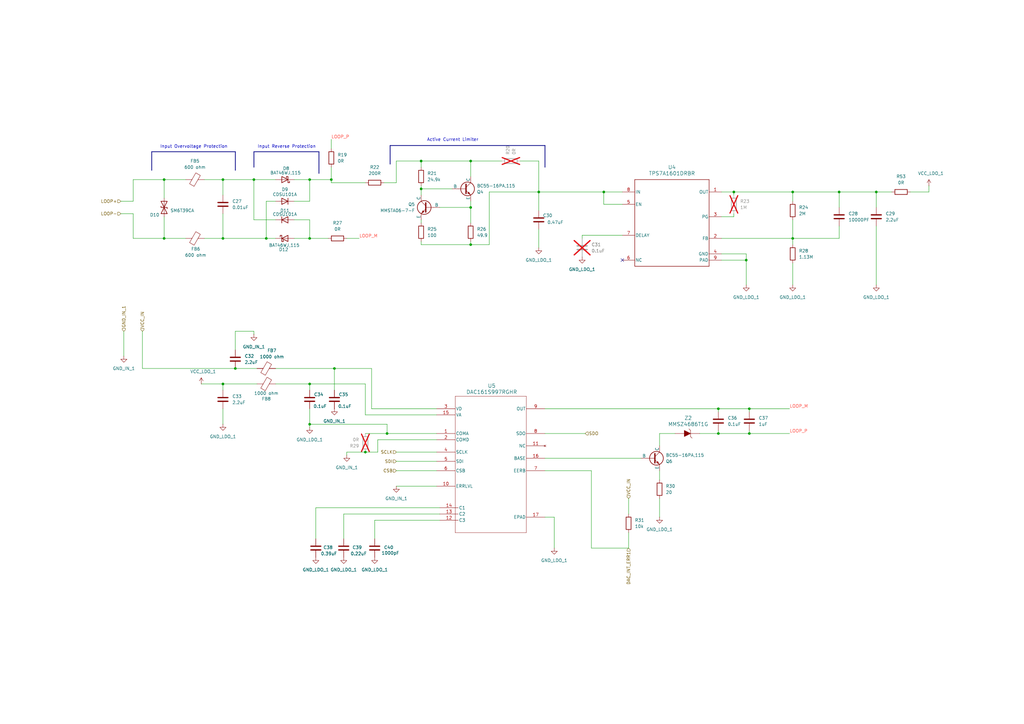
<source format=kicad_sch>
(kicad_sch (version 20231120) (generator "eeschema") (generator_version "8.0")
  (paper "A3")
  (lib_symbols
    (symbol "Device:C" (pin_numbers hide) (pin_names (offset 0.254))
      (property "Reference" "C" (at 0.635 2.54 0))
      (property "Value" "C" (at 0.635 -2.54 0))
      (symbol "C_0_1"
        (polyline (pts (xy -2.032 -0.762) (xy 2.032 -0.762)) (stroke (width 0.508)))
        (polyline (pts (xy -2.032 0.762) (xy 2.032 0.762)) (stroke (width 0.508)))
      )
      (symbol "C_1_1"
        (pin passive line (at 0 3.81 270) (length 2.794) (name "~") (number "1"))
        (pin passive line (at 0 -3.81 90) (length 2.794) (name "~") (number "2"))
      )
    )
    (symbol "Device:FerriteBead" (pin_numbers hide) (pin_names (offset 0))
      (property "Reference" "FB" (at -3.81 0.635 90))
      (property "Value" "FerriteBead" (at 3.81 0 90))
      (symbol "FerriteBead_0_1"
        (polyline (pts (xy 0 -1.27) (xy 0 -1.2192)))
        (polyline (pts (xy 0 1.27) (xy 0 1.2954)))
        (polyline (pts (xy -2.7686 0.4064) (xy -1.7018 2.2606) (xy 2.7686 -0.3048) (xy 1.6764 -2.159) (xy -2.7686 0.4064)))
      )
      (symbol "FerriteBead_1_1"
        (pin passive line (at 0 3.81 270) (length 2.54) (name "~") (number "1"))
        (pin passive line (at 0 -3.81 90) (length 2.54) (name "~") (number "2"))
      )
    )
    (symbol "Device:R" (pin_numbers hide) (pin_names (offset 0))
      (property "Reference" "R" (at 2.032 0 90))
      (property "Value" "R" (at 0 0 90))
      (symbol "R_0_1"
        (rectangle (start -1.016 -2.54) (end 1.016 2.54) (stroke (width 0.254)))
      )
      (symbol "R_1_1"
        (pin passive line (at 0 3.81 270) (length 1.27) (name "~") (number "1"))
        (pin passive line (at 0 -3.81 90) (length 1.27) (name "~") (number "2"))
      )
    )
    (symbol "Diode:1N630xCA" (pin_numbers hide) (pin_names (offset 1.016) hide)
      (property "Reference" "D" (at 0 2.54 0))
      (property "Value" "1N630xCA" (at 0 -2.54 0))
      (symbol "1N630xCA_0_1"
        (polyline (pts (xy 1.27 0) (xy -1.27 0)))
        (polyline (pts (xy -2.54 -1.27) (xy 0 0) (xy -2.54 1.27) (xy -2.54 -1.27)) (stroke (width 0.254)))
        (polyline (pts (xy 0.508 1.27) (xy 0 1.27) (xy 0 -1.27) (xy -0.508 -1.27)) (stroke (width 0.254)))
        (polyline (pts (xy 2.54 1.27) (xy 2.54 -1.27) (xy 0 0) (xy 2.54 1.27)) (stroke (width 0.254)))
      )
      (symbol "1N630xCA_1_1"
        (pin passive line (at -3.81 0 0) (length 2.54) (name "A1") (number "1"))
        (pin passive line (at 3.81 0 180) (length 2.54) (name "A2") (number "2"))
      )
    )
    (symbol "Diode:S2JTR" (pin_numbers hide) (pin_names hide)
      (property "Reference" "D" (at 0 2.54 0))
      (property "Value" "S2JTR" (at 0 -2.54 0))
      (symbol "S2JTR_0_1"
        (polyline (pts (xy -1.27 1.27) (xy -1.27 -1.27)) (stroke (width 0.254)))
        (polyline (pts (xy 1.27 0) (xy -1.27 0)))
        (polyline (pts (xy 1.27 1.27) (xy 1.27 -1.27) (xy -1.27 0) (xy 1.27 1.27)) (stroke (width 0.254)))
      )
      (symbol "S2JTR_1_1"
        (pin passive line (at -3.81 0 0) (length 2.54) (name "K") (number "1"))
        (pin passive line (at 3.81 0 180) (length 2.54) (name "A") (number "2"))
      )
    )
    (symbol "SB120_2" (pin_numbers hide) (pin_names (offset 1.016) hide)
      (property "Reference" "D1" (at -0.508 -4.572 0))
      (property "Value" "BAT46WJ,115" (at -0.254 -2.794 0))
      (symbol "SB120_2_0_1"
        (polyline (pts (xy 1.27 0) (xy -1.27 0)))
        (polyline (pts (xy 1.27 1.27) (xy 1.27 -1.27) (xy -1.27 0) (xy 1.27 1.27)) (stroke (width 0.254)))
        (polyline (pts (xy -1.905 0.635) (xy -1.905 1.27) (xy -1.27 1.27) (xy -1.27 -1.27) (xy -0.635 -1.27) (xy -0.635 -0.635)) (stroke (width 0.254)))
      )
      (symbol "SB120_2_1_1"
        (pin passive line (at -3.81 0 0) (length 2.54) (name "K") (number "1"))
        (pin passive line (at 3.81 0 180) (length 2.54) (name "A") (number "2"))
      )
    )
    (symbol "Simulation_SPICE:NPN" (pin_numbers hide) (pin_names (offset 0))
      (property "Reference" "Q" (at -2.54 7.62 0))
      (property "Value" "NPN" (at -2.54 5.08 0))
      (symbol "NPN_0_1"
        (polyline (pts (xy -2.54 0) (xy 0.635 0)) (stroke (width 0.1524)))
        (polyline (pts (xy 0.635 0.635) (xy 2.54 2.54)))
        (polyline (pts (xy 2.794 -1.27) (xy 2.794 -1.27)) (stroke (width 0.1524)))
        (polyline (pts (xy 2.794 -1.27) (xy 2.794 -1.27)) (stroke (width 0.1524)))
        (polyline (pts (xy 0.635 -0.635) (xy 2.54 -2.54) (xy 2.54 -2.54)))
        (polyline (pts (xy 0.635 1.905) (xy 0.635 -1.905) (xy 0.635 -1.905)) (stroke (width 0.508)))
        (polyline (pts (xy 1.27 -1.778) (xy 1.778 -1.27) (xy 2.286 -2.286) (xy 1.27 -1.778) (xy 1.27 -1.778)) (fill (type outline)))
        (circle (center 1.27 0) (radius 2.8194) (stroke (width 0.254)))
      )
      (symbol "NPN_1_1"
        (pin open_collector line (at 2.54 5.08 270) (length 2.54) (name "C") (number "1"))
        (pin input line (at -5.08 0 0) (length 2.54) (name "B") (number "2"))
        (pin open_emitter line (at 2.54 -5.08 90) (length 2.54) (name "E") (number "3"))
      )
    )
    (symbol "TSP7A1601DRBR:TPS7A1601DRBR" (pin_names (offset 0.254))
      (property "Reference" "U2" (at 0 22.86 0))
      (property "Value" "TPS7A1601DRBR" (at 0 20.32 0))
      (symbol "TPS7A1601DRBR_0_1"
        (polyline (pts (xy -15.24 -17.78) (xy 15.24 -17.78)) (stroke (width 0.2032)))
        (polyline (pts (xy -15.24 17.78) (xy -15.24 -17.78)) (stroke (width 0.2032)))
        (polyline (pts (xy 15.24 -17.78) (xy 15.24 17.78)) (stroke (width 0.2032)))
        (polyline (pts (xy 15.24 17.78) (xy -15.24 17.78)) (stroke (width 0.2032)))
        (pin power_in line (at 20.32 12.7 180) (length 5.08) (name "OUT") (number "1"))
        (pin input line (at 20.32 -6.35 180) (length 5.08) (name "FB") (number "2"))
        (pin open_collector line (at 20.32 2.54 180) (length 5.08) (name "PG") (number "3"))
        (pin power_in line (at 20.32 -12.7 180) (length 5.08) (name "GND") (number "4"))
        (pin input line (at -20.32 7.62 0) (length 5.08) (name "EN") (number "5"))
        (pin unspecified line (at -20.32 -15.24 0) (length 5.08) (name "NC") (number "6"))
        (pin output line (at -20.32 -5.08 0) (length 5.08) (name "DELAY") (number "7"))
        (pin power_in line (at -20.32 12.7 0) (length 5.08) (name "IN") (number "8"))
        (pin unspecified line (at 20.32 -15.24 180) (length 5.08) (name "PAD") (number "9"))
      )
    )
    (symbol "dac161s997rghr:DAC161S997RGHR" (pin_names (offset 0.254))
      (property "Reference" "U1" (at 33.02 10.16 0))
      (property "Value" "DAC161S997RGHR" (at 33.02 7.62 0))
      (symbol "DAC161S997RGHR_0_1"
        (polyline (pts (xy 7.62 -50.8) (xy 36.83 -50.8)) (stroke (width 0.127)))
        (polyline (pts (xy 7.62 5.08) (xy 7.62 -50.8)) (stroke (width 0.127)))
        (polyline (pts (xy 36.83 -50.8) (xy 36.83 5.08)) (stroke (width 0.127)))
        (polyline (pts (xy 36.83 5.08) (xy 7.62 5.08)) (stroke (width 0.127)))
        (pin power_in line (at 0 -10.16 0) (length 7.62) (name "COMA") (number "1"))
        (pin input line (at 0 -31.75 0) (length 7.62) (name "ERRLVL") (number "10"))
        (pin no_connect line (at 44.45 -15.24 180) (length 7.62) (name "NC") (number "11"))
        (pin unspecified line (at 1.27 -45.72 0) (length 7.62) (name "C3") (number "12"))
        (pin unspecified line (at 1.27 -43.18 0) (length 7.62) (name "C2") (number "13"))
        (pin unspecified line (at 1.27 -40.64 0) (length 7.62) (name "C1") (number "14"))
        (pin power_in line (at 0 -2.54 0) (length 7.62) (name "VA") (number "15"))
        (pin unspecified line (at 44.45 -20.32 180) (length 7.62) (name "BASE") (number "16"))
        (pin unspecified line (at 44.45 -44.45 180) (length 7.62) (name "EPAD") (number "17"))
        (pin power_in line (at 0 -12.7 0) (length 7.62) (name "COMD") (number "2"))
        (pin power_in line (at 0 0 0) (length 7.62) (name "VD") (number "3"))
        (pin input line (at 0 -17.78 0) (length 7.62) (name "SCLK") (number "4"))
        (pin input line (at 0 -21.59 0) (length 7.62) (name "SDI") (number "5"))
        (pin input line (at 0 -25.4 0) (length 7.62) (name "CSB") (number "6"))
        (pin output line (at 44.45 -25.4 180) (length 7.62) (name "EERB") (number "7"))
        (pin output line (at 44.45 -10.16 180) (length 7.62) (name "SDO") (number "8"))
        (pin output line (at 44.45 0 180) (length 7.62) (name "OUT") (number "9"))
      )
    )
    (symbol "dk_Diodes-Zener-Single:MMSZ5231B-7-F" (pin_numbers hide) (pin_names (offset 0) hide)
      (property "Reference" "Z" (at 0 3.81 0))
      (property "Value" "MMSZ5231B-7-F" (at 0 -3.81 0))
      (symbol "MMSZ5231B-7-F_0_1"
        (polyline (pts (xy 1.27 -1.27) (xy 1.905 -1.905)))
        (polyline (pts (xy 1.27 1.27) (xy 0.635 1.905)))
        (polyline (pts (xy 1.27 1.27) (xy 1.27 -1.27)))
        (polyline (pts (xy -1.27 1.27) (xy -1.27 -1.27) (xy 1.27 0) (xy -1.27 1.27)) (fill (type outline)))
      )
      (symbol "MMSZ5231B-7-F_1_1"
        (pin passive line (at -5.08 0 0) (length 3.81) (name "~") (number "A"))
        (pin passive line (at 5.08 0 180) (length 3.81) (name "~") (number "K"))
      )
    )
    (symbol "power:GND" (power) (pin_numbers hide) (pin_names (offset 0) hide)
      (property "Value" "GND" (at 0 -3.81 0))
      (symbol "GND_0_1"
        (polyline (pts (xy 0 0) (xy 0 -1.27) (xy 1.27 -1.27) (xy 0 -2.54) (xy -1.27 -1.27) (xy 0 -1.27)))
      )
      (symbol "GND_1_1"
        (pin power_in line (at 0 0 270) (length 0) (name "~") (number "1"))
      )
    )
    (symbol "power:VCC" (power) (pin_numbers hide) (pin_names (offset 0) hide)
      (property "Value" "VCC" (at 0 3.556 0))
      (symbol "VCC_0_1"
        (polyline (pts (xy -0.762 1.27) (xy 0 2.54)))
        (polyline (pts (xy 0 0) (xy 0 2.54)))
        (polyline (pts (xy 0 2.54) (xy 0.762 1.27)))
      )
      (symbol "VCC_1_1"
        (pin power_in line (at 0 0 90) (length 0) (name "~") (number "1"))
      )
    )
  )
  (junction (at 359.41 78.74))
  (junction (at 158.75 177.8))
  (junction (at 344.17 78.74))
  (junction (at 135.89 73.66))
  (junction (at 307.34 177.8))
  (junction (at 109.22 97.79))
  (junction (at 325.12 97.79))
  (junction (at 91.44 157.48))
  (junction (at 307.34 167.64))
  (junction (at 96.52 151.13))
  (junction (at 193.04 66.04))
  (junction (at 193.04 100.33))
  (junction (at 67.31 97.79))
  (junction (at 67.31 73.66))
  (junction (at 172.72 77.47))
  (junction (at 220.98 78.74))
  (junction (at 149.86 185.42))
  (junction (at 325.12 78.74))
  (junction (at 127 73.66))
  (junction (at 294.64 167.64))
  (junction (at 137.16 151.13))
  (junction (at 91.44 97.79))
  (junction (at 91.44 73.66))
  (junction (at 306.07 106.68))
  (junction (at 127 173.99))
  (junction (at 294.64 177.8))
  (junction (at 127 97.79))
  (junction (at 300.99 78.74))
  (junction (at 193.04 85.09))
  (junction (at 127 157.48))
  (junction (at 247.65 78.74))
  (junction (at 104.14 73.66))
  (junction (at 172.72 66.04))
  (no_connect (at 255.27 106.68))
  (wire (pts (xy 137.16 151.13) (xy 152.4 151.13)))
  (wire (pts (xy 113.03 151.13) (xy 137.16 151.13)))
  (wire (pts (xy 67.31 73.66) (xy 67.31 81.28)))
  (wire (pts (xy 113.03 82.55) (xy 109.22 82.55)))
  (wire (pts (xy 91.44 73.66) (xy 83.82 73.66)))
  (wire (pts (xy 220.98 78.74) (xy 247.65 78.74)))
  (bus (pts (xy 62.23 62.23) (xy 62.23 69.85)))
  (wire (pts (xy 172.72 66.04) (xy 172.72 68.58)))
  (wire (pts (xy 172.72 77.47) (xy 172.72 80.01)))
  (bus (pts (xy 223.52 68.58) (xy 223.52 59.69)))
  (wire (pts (xy 152.4 151.13) (xy 152.4 167.64)))
  (wire (pts (xy 91.44 167.64) (xy 91.44 173.99)))
  (wire (pts (xy 91.44 157.48) (xy 105.41 157.48)))
  (wire (pts (xy 127 97.79) (xy 134.62 97.79)))
  (wire (pts (xy 149.86 177.8) (xy 158.75 177.8)))
  (wire (pts (xy 135.89 68.58) (xy 135.89 73.66)))
  (wire (pts (xy 91.44 97.79) (xy 109.22 97.79)))
  (wire (pts (xy 120.65 90.17) (xy 127 90.17)))
  (wire (pts (xy 213.36 66.04) (xy 220.98 66.04)))
  (wire (pts (xy 162.56 193.04) (xy 179.07 193.04)))
  (wire (pts (xy 153.67 213.36) (xy 153.67 220.98)))
  (bus (pts (xy 130.81 62.23) (xy 104.14 62.23)))
  (wire (pts (xy 344.17 78.74) (xy 359.41 78.74)))
  (wire (pts (xy 294.64 176.53) (xy 294.64 177.8)))
  (wire (pts (xy 193.04 85.09) (xy 193.04 91.44)))
  (wire (pts (xy 294.64 167.64) (xy 307.34 167.64)))
  (wire (pts (xy 223.52 193.04) (xy 242.57 193.04)))
  (wire (pts (xy 223.52 187.96) (xy 262.89 187.96)))
  (wire (pts (xy 67.31 97.79) (xy 76.2 97.79)))
  (wire (pts (xy 240.03 177.8) (xy 223.52 177.8)))
  (wire (pts (xy 193.04 100.33) (xy 193.04 99.06)))
  (wire (pts (xy 154.94 185.42) (xy 154.94 180.34)))
  (wire (pts (xy 104.14 135.89) (xy 96.52 135.89)))
  (wire (pts (xy 127 90.17) (xy 127 97.79)))
  (wire (pts (xy 325.12 78.74) (xy 300.99 78.74)))
  (wire (pts (xy 238.76 96.52) (xy 238.76 97.79)))
  (wire (pts (xy 127 173.99) (xy 158.75 173.99)))
  (wire (pts (xy 325.12 90.17) (xy 325.12 97.79)))
  (wire (pts (xy 373.38 78.74) (xy 381 78.74)))
  (wire (pts (xy 295.91 88.9) (xy 300.99 88.9)))
  (wire (pts (xy 120.65 82.55) (xy 127 82.55)))
  (wire (pts (xy 270.51 204.47) (xy 270.51 212.09)))
  (wire (pts (xy 257.81 204.47) (xy 257.81 210.82)))
  (wire (pts (xy 180.34 85.09) (xy 193.04 85.09)))
  (wire (pts (xy 135.89 74.93) (xy 149.86 74.93)))
  (wire (pts (xy 142.24 185.42) (xy 149.86 185.42)))
  (wire (pts (xy 344.17 92.71) (xy 344.17 97.79)))
  (wire (pts (xy 82.55 157.48) (xy 91.44 157.48)))
  (wire (pts (xy 127 157.48) (xy 127 160.02)))
  (wire (pts (xy 113.03 90.17) (xy 104.14 90.17)))
  (wire (pts (xy 172.72 90.17) (xy 172.72 91.44)))
  (wire (pts (xy 91.44 73.66) (xy 104.14 73.66)))
  (wire (pts (xy 104.14 135.89) (xy 104.14 137.16)))
  (wire (pts (xy 127 73.66) (xy 135.89 73.66)))
  (wire (pts (xy 270.51 182.88) (xy 270.51 177.8)))
  (bus (pts (xy 160.02 59.69) (xy 160.02 67.31)))
  (wire (pts (xy 49.53 82.55) (xy 54.61 82.55)))
  (wire (pts (xy 162.56 74.93) (xy 157.48 74.93)))
  (wire (pts (xy 247.65 83.82) (xy 247.65 78.74)))
  (wire (pts (xy 154.94 180.34) (xy 179.07 180.34)))
  (wire (pts (xy 242.57 193.04) (xy 242.57 224.79)))
  (wire (pts (xy 142.24 186.69) (xy 142.24 185.42)))
  (wire (pts (xy 200.66 78.74) (xy 220.98 78.74)))
  (bus (pts (xy 160.02 59.69) (xy 223.52 59.69)))
  (wire (pts (xy 306.07 106.68) (xy 306.07 116.84)))
  (wire (pts (xy 137.16 151.13) (xy 137.16 160.02)))
  (wire (pts (xy 295.91 104.14) (xy 306.07 104.14)))
  (wire (pts (xy 129.54 208.28) (xy 129.54 220.98)))
  (wire (pts (xy 135.89 57.15) (xy 135.89 60.96)))
  (wire (pts (xy 147.32 97.79) (xy 142.24 97.79)))
  (wire (pts (xy 359.41 92.71) (xy 359.41 116.84)))
  (wire (pts (xy 238.76 96.52) (xy 255.27 96.52)))
  (wire (pts (xy 113.03 157.48) (xy 127 157.48)))
  (wire (pts (xy 172.72 76.2) (xy 172.72 77.47)))
  (wire (pts (xy 109.22 82.55) (xy 109.22 97.79)))
  (wire (pts (xy 172.72 100.33) (xy 193.04 100.33)))
  (wire (pts (xy 344.17 97.79) (xy 325.12 97.79)))
  (wire (pts (xy 193.04 82.55) (xy 193.04 85.09)))
  (wire (pts (xy 193.04 100.33) (xy 200.66 100.33)))
  (bus (pts (xy 96.52 62.23) (xy 62.23 62.23)))
  (wire (pts (xy 220.98 66.04) (xy 220.98 78.74)))
  (wire (pts (xy 227.33 212.09) (xy 227.33 224.79)))
  (wire (pts (xy 300.99 88.9) (xy 300.99 87.63)))
  (wire (pts (xy 96.52 135.89) (xy 96.52 143.51)))
  (wire (pts (xy 381 76.2) (xy 381 78.74)))
  (wire (pts (xy 270.51 177.8) (xy 276.86 177.8)))
  (wire (pts (xy 307.34 177.8) (xy 323.85 177.8)))
  (wire (pts (xy 180.34 213.36) (xy 153.67 213.36)))
  (wire (pts (xy 127 175.26) (xy 127 173.99)))
  (wire (pts (xy 295.91 106.68) (xy 306.07 106.68)))
  (wire (pts (xy 257.81 218.44) (xy 257.81 224.79)))
  (wire (pts (xy 193.04 66.04) (xy 205.74 66.04)))
  (wire (pts (xy 140.97 210.82) (xy 140.97 220.98)))
  (wire (pts (xy 247.65 78.74) (xy 255.27 78.74)))
  (wire (pts (xy 344.17 85.09) (xy 344.17 78.74)))
  (wire (pts (xy 307.34 177.8) (xy 307.34 176.53)))
  (wire (pts (xy 325.12 97.79) (xy 325.12 100.33)))
  (wire (pts (xy 223.52 167.64) (xy 294.64 167.64)))
  (bus (pts (xy 96.52 69.85) (xy 96.52 62.23)))
  (wire (pts (xy 295.91 78.74) (xy 300.99 78.74)))
  (wire (pts (xy 200.66 100.33) (xy 200.66 78.74)))
  (wire (pts (xy 172.72 99.06) (xy 172.72 100.33)))
  (wire (pts (xy 96.52 151.13) (xy 105.41 151.13)))
  (wire (pts (xy 242.57 224.79) (xy 257.81 224.79)))
  (wire (pts (xy 58.42 151.13) (xy 96.52 151.13)))
  (wire (pts (xy 180.34 210.82) (xy 140.97 210.82)))
  (wire (pts (xy 162.56 66.04) (xy 162.56 74.93)))
  (wire (pts (xy 162.56 189.23) (xy 179.07 189.23)))
  (wire (pts (xy 307.34 167.64) (xy 323.85 167.64)))
  (wire (pts (xy 294.64 167.64) (xy 294.64 168.91)))
  (wire (pts (xy 83.82 97.79) (xy 91.44 97.79)))
  (wire (pts (xy 179.07 170.18) (xy 149.86 170.18)))
  (wire (pts (xy 127 73.66) (xy 127 82.55)))
  (wire (pts (xy 67.31 73.66) (xy 54.61 73.66)))
  (wire (pts (xy 158.75 173.99) (xy 158.75 177.8)))
  (wire (pts (xy 325.12 82.55) (xy 325.12 78.74)))
  (wire (pts (xy 295.91 97.79) (xy 325.12 97.79)))
  (wire (pts (xy 104.14 90.17) (xy 104.14 73.66)))
  (wire (pts (xy 135.89 74.93) (xy 135.89 73.66)))
  (wire (pts (xy 91.44 157.48) (xy 91.44 160.02)))
  (wire (pts (xy 359.41 85.09) (xy 359.41 78.74)))
  (wire (pts (xy 67.31 88.9) (xy 67.31 97.79)))
  (wire (pts (xy 120.65 73.66) (xy 127 73.66)))
  (bus (pts (xy 130.81 71.12) (xy 130.81 62.23)))
  (wire (pts (xy 270.51 193.04) (xy 270.51 196.85)))
  (wire (pts (xy 158.75 177.8) (xy 179.07 177.8)))
  (wire (pts (xy 67.31 97.79) (xy 54.61 97.79)))
  (wire (pts (xy 109.22 97.79) (xy 113.03 97.79)))
  (wire (pts (xy 172.72 77.47) (xy 185.42 77.47)))
  (wire (pts (xy 91.44 80.01) (xy 91.44 73.66)))
  (wire (pts (xy 306.07 104.14) (xy 306.07 106.68)))
  (wire (pts (xy 49.53 87.63) (xy 54.61 87.63)))
  (bus (pts (xy 104.14 62.23) (xy 104.14 68.58)))
  (wire (pts (xy 300.99 78.74) (xy 300.99 80.01)))
  (wire (pts (xy 223.52 212.09) (xy 227.33 212.09)))
  (wire (pts (xy 91.44 97.79) (xy 91.44 87.63)))
  (wire (pts (xy 127 97.79) (xy 120.65 97.79)))
  (wire (pts (xy 149.86 170.18) (xy 149.86 157.48)))
  (wire (pts (xy 220.98 93.98) (xy 220.98 101.6)))
  (wire (pts (xy 54.61 97.79) (xy 54.61 87.63)))
  (wire (pts (xy 54.61 73.66) (xy 54.61 82.55)))
  (wire (pts (xy 180.34 208.28) (xy 129.54 208.28)))
  (wire (pts (xy 104.14 73.66) (xy 113.03 73.66)))
  (wire (pts (xy 325.12 107.95) (xy 325.12 116.84)))
  (wire (pts (xy 307.34 167.64) (xy 307.34 168.91)))
  (wire (pts (xy 50.8 135.89) (xy 50.8 146.05)))
  (wire (pts (xy 294.64 177.8) (xy 307.34 177.8)))
  (wire (pts (xy 127 173.99) (xy 127 167.64)))
  (wire (pts (xy 127 157.48) (xy 149.86 157.48)))
  (wire (pts (xy 149.86 185.42) (xy 154.94 185.42)))
  (wire (pts (xy 359.41 78.74) (xy 365.76 78.74)))
  (wire (pts (xy 287.02 177.8) (xy 294.64 177.8)))
  (wire (pts (xy 325.12 78.74) (xy 344.17 78.74)))
  (wire (pts (xy 193.04 72.39) (xy 193.04 66.04)))
  (wire (pts (xy 76.2 73.66) (xy 67.31 73.66)))
  (wire (pts (xy 152.4 167.64) (xy 179.07 167.64)))
  (wire (pts (xy 162.56 199.39) (xy 179.07 199.39)))
  (wire (pts (xy 255.27 83.82) (xy 247.65 83.82)))
  (wire (pts (xy 162.56 66.04) (xy 172.72 66.04)))
  (wire (pts (xy 162.56 185.42) (xy 179.07 185.42)))
  (wire (pts (xy 172.72 66.04) (xy 193.04 66.04)))
  (wire (pts (xy 58.42 135.89) (xy 58.42 151.13)))
  (wire (pts (xy 220.98 78.74) (xy 220.98 86.36)))
  (text "Input Overvoltage Protection" (at 79.502 60.198 0) (effects (font (size 1.27 1.27))))
  (text "Input Reverse Protection" (at 117.602 60.198 0) (effects (font (size 1.27 1.27))))
  (text "Active Current Limiter" (at 185.674 57.404 0) (effects (font (size 1.27 1.27))))
  (label "LOOP_M" (at 323.85 167.64 0))
  (label "LOOP_M" (at 147.32 97.79 0))
  (label "LOOP_P" (at 135.89 57.15 0))
  (label "LOOP_P" (at 323.85 177.8 0))
  (hierarchical_label "SDI" (shape input) (at 162.56 189.23 180))
  (hierarchical_label "CSB" (shape input) (at 162.56 193.04 180))
  (hierarchical_label "LOOP+" (shape input) (at 49.53 82.55 180))
  (hierarchical_label "DAC_INT_ERR1" (shape input) (at 257.81 224.79 270))
  (hierarchical_label "SCLK" (shape input) (at 162.56 185.42 180))
  (hierarchical_label "GND_IN_1" (shape input) (at 50.8 135.89 90))
  (hierarchical_label "SDO" (shape input) (at 240.03 177.8 0))
  (hierarchical_label "LOOP-" (shape input) (at 49.53 87.63 180))
  (hierarchical_label "VCC_IN" (shape input) (at 257.81 204.47 90))
  (hierarchical_label "VCC_IN" (shape input) (at 58.42 135.89 90))
  (symbol (lib_name "SB120_2") (lib_id "Diode:SB120") (at 116.84 97.79 0) (unit 1)
    (property "Reference" "D12" (at 116.332 102.362 0))
    (property "Value" "BAT46WJ,115" (at 116.586 100.584 0))
    (property "Footprint" "Diode_SMD:D_SOD-323F" (effects (hide yes)))
    (property "Description" "DIODE SCHOTT 100V 250MA SOD323F" (effects (hide yes)))
    (property "DIGIKEY" "  1727-4817-2-ND" (effects (hide yes)))
    (property "DigiKey" "  1727-4817-2-ND" (effects (hide yes)))
  )
  (symbol (lib_id "Device:C") (at 91.44 83.82 0) (unit 1)
    (property "Reference" "C27" (at 95.25 82.5499 0) (effects (justify left)))
    (property "Value" "0.01uF" (at 95.25 85.0899 0) (effects (justify left)))
    (property "Footprint" "Capacitor_SMD:C_0603_1608Metric" (effects (hide yes)))
    (property "Description" "Unpolarized capacitor" (effects (hide yes)))
    (property "DIGIKEY" "  445-1304-2-ND" (effects (hide yes)))
    (property "DigiKey" "  445-1304-2-ND" (effects (hide yes)))
  )
  (symbol (lib_id "Device:C") (at 307.34 172.72 0) (unit 1)
    (property "Reference" "C37" (at 311.15 171.4499 0) (effects (justify left)))
    (property "Value" "1uF" (at 311.15 173.9899 0) (effects (justify left)))
    (property "Footprint" "Capacitor_SMD:C_1206_3216Metric" (effects (hide yes)))
    (property "Description" "CAP CER 1UF 100V X7R 1206" (effects (hide yes)))
    (property "DIGIKEY" "490-3909-2-ND" (effects (hide yes)))
    (property "DigiKey" "490-3909-2-ND" (effects (hide yes)))
  )
  (symbol (lib_id "power:GND") (at 142.24 186.69 0) (unit 1)
    (property "Reference" "#PWR062" (effects (hide yes)))
    (property "Value" "GND_IN_1" (at 142.24 191.77 0))
    (property "Description" "Power symbol creates a global label with name \"GND\" , ground" (effects (hide yes)))
  )
  (symbol (lib_id "Device:R") (at 149.86 181.61 180) (unit 1) (dnp yes)
    (property "Reference" "R29" (at 147.32 182.8801 0) (effects (justify left)))
    (property "Value" "0R" (at 147.32 180.3401 0) (effects (justify left)))
    (property "Footprint" "Resistor_SMD:R_0603_1608Metric" (effects (hide yes)))
    (property "Description" "0 Ohms Jumper Chip Resistor 0603 (1608 Metric) Automotive AEC-Q200 Thick Film" (effects (hide yes)))
    (property "DIGIKEY" "541-0.0GTR-ND" (effects (hide yes)))
    (property "DigiKey" "541-0.0GTR-ND" (effects (hide yes)))
  )
  (symbol (lib_id "dk_Diodes-Zener-Single:MMSZ5231B-7-F") (at 281.94 177.8 0) (unit 1)
    (property "Reference" "Z2" (at 282.2575 171.45 0) (effects (font (size 1.524 1.524))))
    (property "Value" "MMSZ4686T1G" (at 282.2575 173.99 0) (effects (font (size 1.524 1.524))))
    (property "Footprint" "digikey-footprints:SOD-123" (effects (hide yes)))
    (property "Datasheet" "https://www.onsemi.com/pdf/datasheet/mmsz4678t1-d.pdf" (effects (hide yes)))
    (property "Description" "DIODE ZENER 3.9V 500MW SOD123" (effects (hide yes)))
    (property "Category" "Discrete Semiconductor Products" (effects (hide yes)))
    (property "Family" "Diodes - Zener - Single" (effects (hide yes)))
    (property "DK_Datasheet_Link" "https://www.diodes.com/assets/Datasheets/ds18010.pdf" (effects (hide yes)))
    (property "DK_Detail_Page" "/product-detail/en/diodes-incorporated/MMSZ5231B-7-F/MMSZ5231B-FDICT-ND/755506" (effects (hide yes)))
    (property "Description_1" "DIODE ZENER 5.1V 500MW SOD123" (effects (hide yes)))
    (property "Manufacturer" "Diodes Incorporated" (effects (hide yes)))
    (property "DIGIKEY" "MMSZ4686T1GOSTR-ND" (effects (hide yes)))
    (property "DigiKey" "MMSZ4686T1GOSTR-ND" (effects (hide yes)))
  )
  (symbol (lib_id "power:VCC") (at 82.55 157.48 0) (unit 1)
    (property "Reference" "#PWR058" (effects (hide yes)))
    (property "Value" "VCC_LDO_1" (at 83.312 152.4 0))
    (property "Description" "Power symbol creates a global label with name \"VCC\"" (effects (hide yes)))
  )
  (symbol (lib_id "Device:C") (at 91.44 163.83 0) (unit 1)
    (property "Reference" "C33" (at 95.25 162.5599 0) (effects (justify left)))
    (property "Value" "2.2uF" (at 95.25 165.0999 0) (effects (justify left)))
    (property "Footprint" "Capacitor_SMD:C_0402_1005Metric" (effects (hide yes)))
    (property "Description" "CAP CER 2.2UF 16V X5R 0402" (effects (hide yes)))
    (property "DIGIKEY" "445-9085-2-ND" (effects (hide yes)))
    (property "DigiKey" "445-9085-2-ND" (effects (hide yes)))
  )
  (symbol (lib_id "Device:C") (at 140.97 224.79 0) (unit 1)
    (property "Reference" "C39" (at 144.526 224.536 0) (effects (justify left)))
    (property "Value" "0.22uF" (at 143.764 227.076 0) (effects (justify left)))
    (property "Footprint" "Capacitor_SMD:C_0402_1005Metric" (effects (hide yes)))
    (property "Description" "CAP CER 0.22UF 6.3V X5R 0402" (effects (hide yes)))
    (property "DIGIKEY" "490-5407-2-ND" (effects (hide yes)))
    (property "DigiKey" "490-5407-2-ND" (effects (hide yes)))
  )
  (symbol (lib_id "power:GND") (at 238.76 105.41 0) (unit 1)
    (property "Reference" "#PWR052" (effects (hide yes)))
    (property "Value" "GND_LDO_1" (at 238.76 110.49 0))
    (property "Description" "Power symbol creates a global label with name \"GND\" , ground" (effects (hide yes)))
  )
  (symbol (lib_id "Device:C") (at 220.98 90.17 0) (mirror y) (unit 1)
    (property "Reference" "C30" (at 226.568 88.392 0) (effects (justify left)))
    (property "Value" "0.47uF" (at 231.14 91.186 0) (effects (justify left)))
    (property "Footprint" "Capacitor_SMD:C_0805_2012Metric" (effects (hide yes)))
    (property "Description" "CAP CER 0.47UF 100V X7R 0805" (effects (hide yes)))
    (property "DIGIKEY" "  490-3326-2-ND" (effects (hide yes)))
    (property "DigiKey" "  490-3326-2-ND" (effects (hide yes)))
  )
  (symbol (lib_id "Device:FerriteBead") (at 109.22 151.13 90) (unit 1)
    (property "Reference" "FB7" (at 111.506 143.764 90))
    (property "Value" "1000 ohm" (at 111.506 146.304 90))
    (property "Footprint" "Resistor_SMD:R_0402_1005Metric" (effects (hide yes)))
    (property "Description" "FERRITE BEAD 1K OHM 0402 1LN" (effects (hide yes)))
    (property "DIGIKEY" "  490-3999-2-ND" (effects (hide yes)))
    (property "DigiKey" "  490-3999-2-ND" (effects (hide yes)))
  )
  (symbol (lib_id "Device:C") (at 96.52 147.32 0) (unit 1)
    (property "Reference" "C32" (at 100.33 146.0499 0) (effects (justify left)))
    (property "Value" "2.2uF" (at 100.33 148.5899 0) (effects (justify left)))
    (property "Footprint" "Capacitor_SMD:C_0402_1005Metric" (effects (hide yes)))
    (property "Description" "CAP CER 2.2UF 16V X5R 0402" (effects (hide yes)))
    (property "DIGIKEY" "445-9085-2-ND" (effects (hide yes)))
    (property "DigiKey" "445-9085-2-ND" (effects (hide yes)))
  )
  (symbol (lib_id "Device:FerriteBead") (at 80.01 73.66 90) (unit 1)
    (property "Reference" "FB5" (at 79.9592 66.04 90))
    (property "Value" "600 ohm" (at 79.9592 68.58 90))
    (property "Footprint" "Resistor_SMD:R_1206_3216Metric" (effects (hide yes)))
    (property "Description" "Ferrite bead" (effects (hide yes)))
    (property "DIGIKEY" "  240-2405-2-ND" (effects (hide yes)))
    (property "DigiKey" "  240-2405-2-ND" (effects (hide yes)))
  )
  (symbol (lib_id "Device:C") (at 238.76 101.6 0) (unit 1) (dnp yes)
    (property "Reference" "C31" (at 242.57 100.3299 0) (effects (justify left)))
    (property "Value" "0.1uF" (at 242.57 102.8699 0) (effects (justify left)))
    (property "Footprint" "Capacitor_SMD:C_1206_3216Metric" (effects (hide yes)))
    (property "Description" "CAP CER 0.1UF 100V X7R 1206" (effects (hide yes)))
    (property "DIGIKEY" "478-KGM31DR72A104JUTR-ND" (effects (hide yes)))
    (property "DigiKey" "445-1266-2-ND" (effects (hide yes)))
  )
  (symbol (lib_id "Diode:1N630xCA") (at 67.31 85.09 270) (unit 1)
    (property "Reference" "D10" (at 61.468 88.138 90) (effects (justify left)))
    (property "Value" "SM6T39CA" (at 69.85 86.3599 90) (effects (justify left)))
    (property "Footprint" "Diode_SMD:D_SMB" (effects (hide yes)))
    (property "Datasheet" "https://www.st.com/content/ccc/resource/technical/document/datasheet/6f/2d/a6/9e/56/51/48/15/CD00000725.pdf/files/CD00000725.pdf/jcr:content/translations/en.CD00000725.pdf" (effects (hide yes)))
    (property "Description" "TVS DIODE 33.3VWM 53.9VC SMB" (effects (hide yes)))
    (property "DIGIKEY" "497-6498-2-ND" (effects (hide yes)))
    (property "DigiKey" "497-6498-2-ND" (effects (hide yes)))
  )
  (symbol (lib_id "power:GND") (at 359.41 116.84 0) (unit 1)
    (property "Reference" "#PWR055" (effects (hide yes)))
    (property "Value" "GND_LDO_1" (at 359.41 121.92 0))
    (property "Description" "Power symbol creates a global label with name \"GND\" , ground" (effects (hide yes)))
  )
  (symbol (lib_id "power:GND") (at 129.54 228.6 0) (unit 1)
    (property "Reference" "#PWR066" (effects (hide yes)))
    (property "Value" "GND_LDO_1" (at 129.54 233.68 0))
    (property "Description" "Power symbol creates a global label with name \"GND\" , ground" (effects (hide yes)))
  )
  (symbol (lib_id "Device:R") (at 257.81 214.63 0) (unit 1)
    (property "Reference" "R31" (at 260.35 213.3599 0) (effects (justify left)))
    (property "Value" "10k" (at 260.35 215.8999 0) (effects (justify left)))
    (property "Footprint" "Resistor_SMD:R_0402_1005Metric" (effects (hide yes)))
    (property "Description" "RES 10K OHM 5% 1/16W 0402" (effects (hide yes)))
    (property "DIGIKEY" "311-10KJRTR-ND " (effects (hide yes)))
    (property "DigiKey" "311-10KJRTR-ND " (effects (hide yes)))
  )
  (symbol (lib_id "power:GND") (at 137.16 167.64 0) (unit 1)
    (property "Reference" "#PWR059" (effects (hide yes)))
    (property "Value" "GND_IN_1" (at 137.16 172.72 0))
    (property "Description" "Power symbol creates a global label with name \"GND\" , ground" (effects (hide yes)))
  )
  (symbol (lib_id "power:GND") (at 220.98 101.6 0) (unit 1)
    (property "Reference" "#PWR051" (effects (hide yes)))
    (property "Value" "GND_LDO_1" (at 220.98 106.68 0))
    (property "Description" "Power symbol creates a global label with name \"GND\" , ground" (effects (hide yes)))
  )
  (symbol (lib_id "Device:R") (at 138.43 97.79 90) (unit 1)
    (property "Reference" "R27" (at 138.43 91.44 90))
    (property "Value" "0R" (at 138.43 93.98 90))
    (property "Footprint" "Resistor_SMD:R_0603_1608Metric" (effects (hide yes)))
    (property "Description" "0 Ohms Jumper Chip Resistor 0603 (1608 Metric) Automotive AEC-Q200 Thick Film" (effects (hide yes)))
    (property "DIGIKEY" "541-0.0GTR-ND" (effects (hide yes)))
    (property "DigiKey" "541-0.0GTR-ND" (effects (hide yes)))
  )
  (symbol (lib_id "Device:R") (at 369.57 78.74 90) (unit 1)
    (property "Reference" "R53" (at 369.57 72.39 90))
    (property "Value" "0R" (at 369.57 74.93 90))
    (property "Footprint" "Resistor_SMD:R_0603_1608Metric" (effects (hide yes)))
    (property "Description" "0 Ohms Jumper Chip Resistor 0603 (1608 Metric) Automotive AEC-Q200 Thick Film" (effects (hide yes)))
    (property "DIGIKEY" "541-0.0GTR-ND" (effects (hide yes)))
    (property "DigiKey" "541-0.0GTR-ND" (effects (hide yes)))
  )
  (symbol (lib_id "Simulation_SPICE:NPN") (at 175.26 85.09 0) (mirror y) (unit 1)
    (property "Reference" "Q5" (at 170.18 83.8199 0) (effects (justify left)))
    (property "Value" "MMSTA06-7-F" (at 170.18 86.3599 0) (effects (justify left)))
    (property "Footprint" "digikey-footprints:SOT-323" (effects (hide yes)))
    (property "Description" "TRANS NPN 80V 0.5A SOT323" (effects (hide yes)))
    (property "DIGIKEY" "MMSTA06-FDITR-ND" (effects (hide yes)))
    (property "DigiKey" "MMSTA06-FDITR-ND" (effects (hide yes)))
  )
  (symbol (lib_id "power:GND") (at 91.44 173.99 0) (unit 1)
    (property "Reference" "#PWR060" (effects (hide yes)))
    (property "Value" "GND_LDO_1" (at 91.44 179.07 0))
    (property "Description" "Power symbol creates a global label with name \"GND\" , ground" (effects (hide yes)))
  )
  (symbol (lib_id "Device:C") (at 344.17 88.9 0) (unit 1)
    (property "Reference" "C28" (at 347.98 87.6299 0) (effects (justify left)))
    (property "Value" "10000PF" (at 347.98 90.1699 0) (effects (justify left)))
    (property "Footprint" "Capacitor_SMD:C_0402_1005Metric" (effects (hide yes)))
    (property "Description" "CAP CER 10000PF 10V X5R 0402" (effects (hide yes)))
    (property "DIGIKEY" "  490-6296-2-ND" (effects (hide yes)))
    (property "DigiKey" "  490-6296-2-ND" (effects (hide yes)))
  )
  (symbol (lib_id "Device:R") (at 172.72 95.25 0) (unit 1)
    (property "Reference" "R25" (at 175.26 93.9799 0) (effects (justify left)))
    (property "Value" "100" (at 175.26 96.5199 0) (effects (justify left)))
    (property "Footprint" "Resistor_SMD:R_0603_1608Metric" (effects (hide yes)))
    (property "Description" "RES SMD 100 OHM 1% 1/3W 0603" (effects (hide yes)))
    (property "DIGIKEY" "541-100STR-ND" (effects (hide yes)))
    (property "DigiKey" "541-100STR-ND" (effects (hide yes)))
  )
  (symbol (lib_name "SB120_2") (lib_id "Diode:SB120") (at 116.84 73.66 180) (unit 1)
    (property "Reference" "D8" (at 117.348 69.088 0))
    (property "Value" "BAT46WJ,115" (at 117.094 70.866 0))
    (property "Footprint" "Diode_SMD:D_SOD-323F" (effects (hide yes)))
    (property "Description" "DIODE SCHOTT 100V 250MA SOD323F" (effects (hide yes)))
    (property "DIGIKEY" "  1727-4817-2-ND" (effects (hide yes)))
    (property "DigiKey" "  1727-4817-2-ND" (effects (hide yes)))
  )
  (symbol (lib_id "Device:C") (at 129.54 224.79 0) (unit 1)
    (property "Reference" "C38" (at 132.588 224.536 0) (effects (justify left)))
    (property "Value" "0.39uF" (at 131.572 227.076 0) (effects (justify left)))
    (property "Footprint" "Capacitor_SMD:C_0402_1005Metric" (effects (hide yes)))
    (property "Description" "CAP, CERM, 0.39 µF, 10 V, +/- 10%, X5R, 0402" (effects (hide yes)))
    (property "DIGIKEY" "  490-8253-2-ND" (effects (hide yes)))
    (property "DigiKey" "  490-8253-2-ND" (effects (hide yes)))
  )
  (symbol (lib_id "Simulation_SPICE:NPN") (at 267.97 187.96 0) (unit 1)
    (property "Reference" "Q6" (at 273.05 189.2301 0) (effects (justify left)))
    (property "Value" "BC55-16PA,115" (at 273.05 186.6901 0) (effects (justify left)))
    (property "Footprint" "mergened_footprints:3-HUSON(2X2)" (effects (hide yes)))
    (property "Description" "TRANS NPN 60V 1A 3HUSON" (effects (hide yes)))
    (property "DIGIKEY" "  1727-2344-2-ND" (effects (hide yes)))
    (property "DigiKey" "  1727-2344-2-ND" (effects (hide yes)))
  )
  (symbol (lib_id "power:GND") (at 140.97 228.6 0) (unit 1)
    (property "Reference" "#PWR067" (effects (hide yes)))
    (property "Value" "GND_LDO_1" (at 140.97 233.68 0))
    (property "Description" "Power symbol creates a global label with name \"GND\" , ground" (effects (hide yes)))
  )
  (symbol (lib_id "Device:C") (at 127 163.83 0) (unit 1)
    (property "Reference" "C34" (at 128.778 161.798 0) (effects (justify left)))
    (property "Value" "0.1uF" (at 128.524 166.624 0) (effects (justify left)))
    (property "Footprint" "Capacitor_SMD:C_0402_1005Metric" (effects (hide yes)))
    (property "Description" "CAP CER 0.1UF 6.3V X5R 0402" (effects (hide yes)))
    (property "DIGIKEY" "445-1266-2-ND" (effects (hide yes)))
    (property "DigiKey" "445-1266-2-ND" (effects (hide yes)))
  )
  (symbol (lib_id "dac161s997rghr:DAC161S997RGHR") (at 179.07 167.64 0) (unit 1)
    (property "Reference" "U5" (at 201.676 158.242 0) (effects (font (size 1.524 1.524))))
    (property "Value" "DAC161S997RGHR" (at 201.676 160.782 0) (effects (font (size 1.524 1.524))))
    (property "Footprint" "footprints:RGH16_TEX" (effects (hide yes)))
    (property "Datasheet" "DAC161S997RGHR" (effects (hide yes)))
    (property "Description" "DAC 16 b SPI 16-WQFN (4x4)" (effects (hide yes)))
    (property "DIGIKEY" "  296-40022-2-ND " (effects (hide yes)))
    (property "DigiKey" "  296-40022-2-ND " (effects (hide yes)))
  )
  (symbol (lib_id "Device:R") (at 325.12 86.36 0) (unit 1)
    (property "Reference" "R24" (at 327.66 85.0899 0) (effects (justify left)))
    (property "Value" "2M" (at 327.66 87.6299 0) (effects (justify left)))
    (property "Footprint" "Resistor_SMD:R_0402_1005Metric" (effects (hide yes)))
    (property "Description" "RES 2M OHM 1% 1/16W 0402" (effects (hide yes)))
    (property "DIGIKEY" "541-4066-2-ND" (effects (hide yes)))
    (property "DigiKey" "541-4066-2-ND" (effects (hide yes)))
  )
  (symbol (lib_id "Device:R") (at 172.72 72.39 180) (unit 1)
    (property "Reference" "R21" (at 175.26 71.1199 0) (effects (justify right)))
    (property "Value" "24.9k" (at 175.26 73.6599 0) (effects (justify right)))
    (property "Footprint" "Resistor_SMD:R_0603_1608Metric" (effects (hide yes)))
    (property "Description" "RES 24.9K OHM 1% 1/10W 0603" (effects (hide yes)))
    (property "DIGIKEY" "541-4028-2-ND" (effects (hide yes)))
    (property "DigiKey" "541-4028-2-ND" (effects (hide yes)))
  )
  (symbol (lib_id "power:GND") (at 162.56 199.39 0) (unit 1)
    (property "Reference" "#PWR063" (effects (hide yes)))
    (property "Value" "GND_IN_1" (at 162.56 204.47 0))
    (property "Description" "Power symbol creates a global label with name \"GND\" , ground" (effects (hide yes)))
  )
  (symbol (lib_id "power:GND") (at 325.12 116.84 0) (unit 1)
    (property "Reference" "#PWR054" (effects (hide yes)))
    (property "Value" "GND_LDO_1" (at 325.12 121.92 0))
    (property "Description" "Power symbol creates a global label with name \"GND\" , ground" (effects (hide yes)))
  )
  (symbol (lib_id "Device:C") (at 153.67 224.79 0) (unit 1)
    (property "Reference" "C40" (at 157.48 224.536 0) (effects (justify left)))
    (property "Value" "1000pF" (at 156.464 226.822 0) (effects (justify left)))
    (property "Footprint" "Capacitor_SMD:C_0402_1005Metric" (effects (hide yes)))
    (property "Description" "CAP CER 1000PF 6.3V X5R 0402" (effects (hide yes)))
    (property "DIGIKEY" "490-6285-2-ND" (effects (hide yes)))
    (property "DigiKey" "490-6285-2-ND" (effects (hide yes)))
  )
  (symbol (lib_id "Device:R") (at 153.67 74.93 90) (unit 1)
    (property "Reference" "R22" (at 153.67 68.58 90))
    (property "Value" "200R" (at 153.67 71.12 90))
    (property "Footprint" "Resistor_SMD:R_1206_3216Metric" (effects (hide yes)))
    (property "Description" "Resistor" (effects (hide yes)))
    (property "DIGIKEY" "  541-200FTR-ND" (effects (hide yes)))
    (property "DigiKey" "  541-200FTR-ND" (effects (hide yes)))
  )
  (symbol (lib_id "power:GND") (at 306.07 116.84 0) (unit 1)
    (property "Reference" "#PWR053" (effects (hide yes)))
    (property "Value" "GND_LDO_1" (at 306.07 121.92 0))
    (property "Description" "Power symbol creates a global label with name \"GND\" , ground" (effects (hide yes)))
  )
  (symbol (lib_id "Device:R") (at 325.12 104.14 0) (unit 1)
    (property "Reference" "R28" (at 327.66 102.8699 0) (effects (justify left)))
    (property "Value" "1.13M" (at 327.66 105.4099 0) (effects (justify left)))
    (property "Footprint" "Resistor_SMD:R_0402_1005Metric" (effects (hide yes)))
    (property "Description" "RES SMD 1.13M OHM 1% 1/16W 0402" (effects (hide yes)))
    (property "DIGIKEY" "  541-1.13MLTR-ND" (effects (hide yes)))
    (property "DigiKey" "  541-1.13MLTR-ND" (effects (hide yes)))
  )
  (symbol (lib_id "Device:FerriteBead") (at 80.01 97.79 90) (unit 1)
    (property "Reference" "FB6" (at 80.264 102.108 90))
    (property "Value" "600 ohm" (at 80.264 104.648 90))
    (property "Footprint" "Resistor_SMD:R_1206_3216Metric" (effects (hide yes)))
    (property "Description" "Ferrite bead" (effects (hide yes)))
    (property "DIGIKEY" "  240-2405-2-ND" (effects (hide yes)))
    (property "DigiKey" "  240-2405-2-ND" (effects (hide yes)))
  )
  (symbol (lib_id "Device:C") (at 359.41 88.9 0) (unit 1)
    (property "Reference" "C29" (at 363.22 87.6299 0) (effects (justify left)))
    (property "Value" "2.2uF" (at 363.22 90.1699 0) (effects (justify left)))
    (property "Footprint" "Capacitor_SMD:C_0402_1005Metric" (effects (hide yes)))
    (property "Description" "CAP CER 2.2UF 16V X5R 0402" (effects (hide yes)))
    (property "DIGIKEY" "445-9085-2-ND" (effects (hide yes)))
    (property "DigiKey" "445-9085-2-ND" (effects (hide yes)))
  )
  (symbol (lib_id "power:GND") (at 50.8 146.05 0) (unit 1)
    (property "Reference" "#PWR057" (effects (hide yes)))
    (property "Value" "GND_IN_1" (at 50.8 151.13 0))
    (property "Description" "Power symbol creates a global label with name \"GND\" , ground" (effects (hide yes)))
  )
  (symbol (lib_id "power:VCC") (at 381 76.2 0) (unit 1)
    (property "Reference" "#PWR050" (effects (hide yes)))
    (property "Value" "VCC_LDO_1" (at 381.762 71.12 0))
    (property "Description" "Power symbol creates a global label with name \"VCC\"" (effects (hide yes)))
  )
  (symbol (lib_id "Diode:S2JTR") (at 116.84 82.55 180) (unit 1)
    (property "Reference" "D9" (at 116.84 77.724 0))
    (property "Value" "CDSU101A" (at 116.84 79.756 0))
    (property "Footprint" "footprints:LED_CDSU101A" (effects (hide yes)))
    (property "Description" "DIODE GEN PURP 80V 100MA 0603" (effects (hide yes)))
    (property "DIGIKEY" "  641-1002-2-ND" (effects (hide yes)))
    (property "DigiKey" "  641-1002-2-ND" (effects (hide yes)))
  )
  (symbol (lib_id "Diode:S2JTR") (at 116.84 90.17 0) (mirror x) (unit 1)
    (property "Reference" "D11" (at 116.84 86.36 0))
    (property "Value" "CDSU101A" (at 116.84 87.884 0))
    (property "Footprint" "footprints:LED_CDSU101A" (effects (hide yes)))
    (property "Description" "DIODE GEN PURP 80V 100MA 0603" (effects (hide yes)))
    (property "DIGIKEY" "  641-1002-2-ND" (effects (hide yes)))
    (property "DigiKey" "  641-1002-2-ND" (effects (hide yes)))
  )
  (symbol (lib_id "Device:R") (at 270.51 200.66 0) (unit 1)
    (property "Reference" "R30" (at 273.05 199.3899 0) (effects (justify left)))
    (property "Value" "20" (at 273.05 201.9299 0) (effects (justify left)))
    (property "Footprint" "Resistor_SMD:R_0603_1608Metric" (effects (hide yes)))
    (property "Description" "RES SMD 20 OHM 1% 1/10W 0603" (effects (hide yes)))
    (property "DIGIKEY" "  541-20.0HTR-ND" (effects (hide yes)))
    (property "DigiKey" "  541-20.0HTR-ND" (effects (hide yes)))
  )
  (symbol (lib_id "power:GND") (at 153.67 228.6 0) (unit 1)
    (property "Reference" "#PWR068" (effects (hide yes)))
    (property "Value" "GND_LDO_1" (at 153.67 233.68 0))
    (property "Description" "Power symbol creates a global label with name \"GND\" , ground" (effects (hide yes)))
  )
  (symbol (lib_id "power:GND") (at 104.14 137.16 0) (unit 1)
    (property "Reference" "#PWR056" (effects (hide yes)))
    (property "Value" "GND_IN_1" (at 104.14 142.24 0))
    (property "Description" "Power symbol creates a global label with name \"GND\" , ground" (effects (hide yes)))
  )
  (symbol (lib_id "Simulation_SPICE:NPN") (at 190.5 77.47 0) (unit 1)
    (property "Reference" "Q4" (at 195.58 78.7401 0) (effects (justify left)))
    (property "Value" "BC55-16PA,115" (at 195.58 76.2001 0) (effects (justify left)))
    (property "Footprint" "mergened_footprints:3-HUSON(2X2)" (effects (hide yes)))
    (property "Description" "TRANS NPN 60V 1A 3HUSON" (effects (hide yes)))
    (property "DIGIKEY" "  1727-2344-2-ND" (effects (hide yes)))
    (property "DigiKey" "  1727-2344-2-ND" (effects (hide yes)))
  )
  (symbol (lib_id "TSP7A1601DRBR:TPS7A1601DRBR") (at 275.59 91.44 0) (unit 1)
    (property "Reference" "U4" (at 275.59 68.58 0) (effects (font (size 1.524 1.524))))
    (property "Value" "TPS7A1601DRBR" (at 275.59 71.12 0) (effects (font (size 1.524 1.524))))
    (property "Footprint" "footprints:DRB0008B" (effects (hide yes)))
    (property "Datasheet" "TPS7A1601DRBR" (effects (hide yes)))
    (property "DIGIKEY" "96-40969-2-ND " (effects (hide yes)))
    (property "DigiKey" "96-40969-2-ND " (effects (hide yes)))
  )
  (symbol (lib_id "Device:R") (at 300.99 83.82 0) (unit 1) (dnp yes)
    (property "Reference" "R23" (at 303.53 82.5499 0) (effects (justify left)))
    (property "Value" "1M" (at 303.53 85.0899 0) (effects (justify left)))
    (property "Footprint" "Resistor_SMD:R_0402_1005Metric" (effects (hide yes)))
    (property "Description" "RES SMD 1M OHM 5% 1/16W 0402" (effects (hide yes)))
    (property "DIGIKEY" "541-4119-2-ND" (effects (hide yes)))
    (property "DigiKey" "541-4119-2-ND" (effects (hide yes)))
  )
  (symbol (lib_id "power:GND") (at 127 175.26 0) (unit 1)
    (property "Reference" "#PWR061" (effects (hide yes)))
    (property "Value" "GND_LDO_1" (at 127 180.34 0))
    (property "Description" "Power symbol creates a global label with name \"GND\" , ground" (effects (hide yes)))
  )
  (symbol (lib_id "Device:C") (at 294.64 172.72 0) (unit 1)
    (property "Reference" "C36" (at 298.45 171.4499 0) (effects (justify left)))
    (property "Value" "0.1uF" (at 298.45 173.9899 0) (effects (justify left)))
    (property "Footprint" "Capacitor_SMD:C_1206_3216Metric" (effects (hide yes)))
    (property "Description" "CAP CER 0.1UF 100V X7R 1206" (effects (hide yes)))
    (property "DIGIKEY" "478-KGM31DR72A104JUTR-ND" (effects (hide yes)))
    (property "DigiKey" "478-KGM31DR72A104JUTR-ND" (effects (hide yes)))
  )
  (symbol (lib_id "power:GND") (at 270.51 212.09 0) (unit 1)
    (property "Reference" "#PWR064" (effects (hide yes)))
    (property "Value" "GND_LDO_1" (at 270.51 217.17 0))
    (property "Description" "Power symbol creates a global label with name \"GND\" , ground" (effects (hide yes)))
  )
  (symbol (lib_id "Device:R") (at 209.55 66.04 90) (unit 1) (dnp yes)
    (property "Reference" "R20" (at 208.2799 63.5 0) (effects (justify left)))
    (property "Value" "0R" (at 210.8199 63.5 0) (effects (justify left)))
    (property "Footprint" "Resistor_SMD:R_0603_1608Metric" (effects (hide yes)))
    (property "Description" "0 Ohms Jumper Chip Resistor 0603 (1608 Metric) Automotive AEC-Q200 Thick Film" (effects (hide yes)))
    (property "DIGIKEY" "541-0.0GTR-ND" (effects (hide yes)))
    (property "DigiKey" "541-0.0GTR-ND" (effects (hide yes)))
  )
  (symbol (lib_id "Device:FerriteBead") (at 109.22 157.48 90) (unit 1)
    (property "Reference" "FB8" (at 109.22 163.576 90))
    (property "Value" "1000 ohm" (at 109.22 161.29 90))
    (property "Footprint" "Resistor_SMD:R_0402_1005Metric" (effects (hide yes)))
    (property "Description" "FERRITE BEAD 1K OHM 0402 1LN" (effects (hide yes)))
    (property "DIGIKEY" "  490-3999-2-ND" (effects (hide yes)))
    (property "DigiKey" "  490-3999-2-ND" (effects (hide yes)))
  )
  (symbol (lib_id "Device:C") (at 137.16 163.83 0) (unit 1)
    (property "Reference" "C35" (at 138.938 161.798 0) (effects (justify left)))
    (property "Value" "0.1uF" (at 138.684 166.624 0) (effects (justify left)))
    (property "Footprint" "Capacitor_SMD:C_0402_1005Metric" (effects (hide yes)))
    (property "Description" "CAP CER 0.1UF 6.3V X5R 0402" (effects (hide yes)))
    (property "DIGIKEY" "445-1266-2-ND" (effects (hide yes)))
    (property "DigiKey" "478-KGM31DR72A104JUTR-ND" (effects (hide yes)))
  )
  (symbol (lib_id "Device:R") (at 135.89 64.77 0) (unit 1)
    (property "Reference" "R19" (at 138.43 63.4999 0) (effects (justify left)))
    (property "Value" "0R" (at 138.43 66.0399 0) (effects (justify left)))
    (property "Footprint" "Resistor_SMD:R_0603_1608Metric" (effects (hide yes)))
    (property "Description" "0 Ohms Jumper Chip Resistor 0603 (1608 Metric) Automotive AEC-Q200 Thick Film" (effects (hide yes)))
    (property "DIGIKEY" "541-0.0GTR-ND" (effects (hide yes)))
    (property "DigiKey" "541-0.0GTR-ND" (effects (hide yes)))
  )
  (symbol (lib_id "Device:R") (at 193.04 95.25 0) (unit 1)
    (property "Reference" "R26" (at 195.58 93.9799 0) (effects (justify left)))
    (property "Value" "49.9" (at 195.58 96.5199 0) (effects (justify left)))
    (property "Footprint" "Resistor_SMD:R_1206_3216Metric" (effects (hide yes)))
    (property "Description" "RES 49.9 OHM 1% 1/4W 1206" (effects (hide yes)))
    (property "DIGIKEY" "541-4185-2-ND" (effects (hide yes)))
    (property "DigiKey" "541-4185-2-ND" (effects (hide yes)))
  )
  (symbol (lib_id "power:GND") (at 227.33 224.79 0) (unit 1)
    (property "Reference" "#PWR065" (effects (hide yes)))
    (property "Value" "GND_LDO_1" (at 227.33 229.87 0))
    (property "Description" "Power symbol creates a global label with name \"GND\" , ground" (effects (hide yes)))
  )
)
</source>
